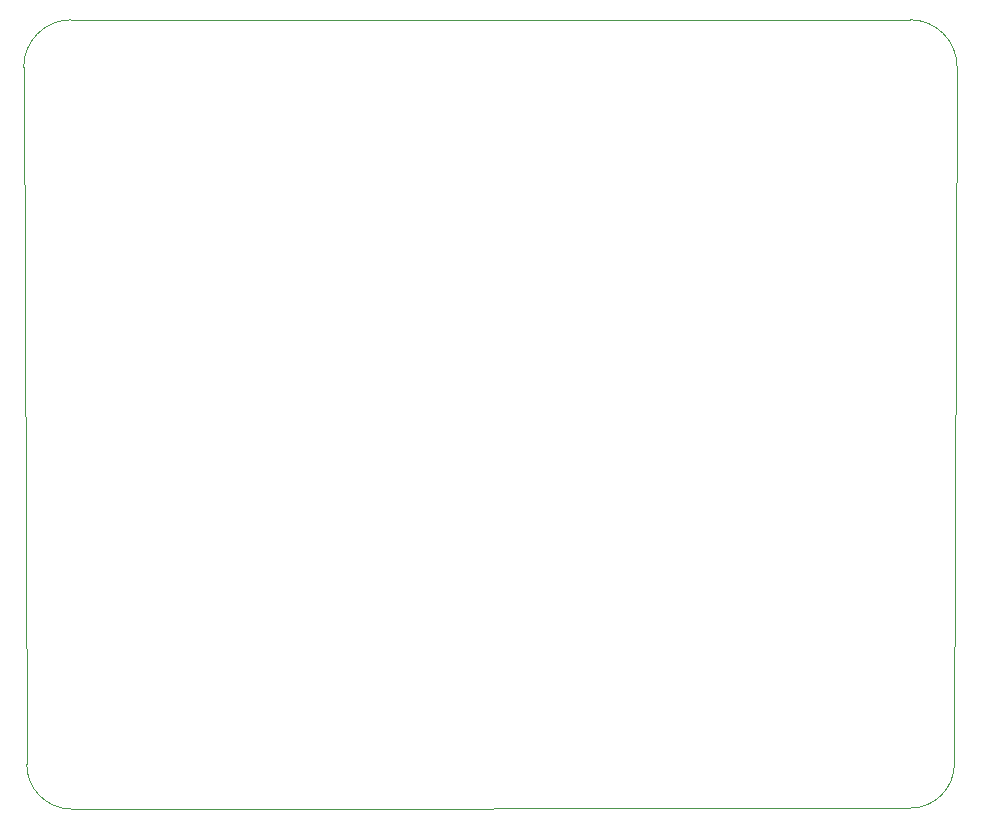
<source format=gbr>
%TF.GenerationSoftware,KiCad,Pcbnew,8.0.2*%
%TF.CreationDate,2024-05-08T19:58:56+03:00*%
%TF.ProjectId,deneme,64656e65-6d65-42e6-9b69-6361645f7063,rev?*%
%TF.SameCoordinates,Original*%
%TF.FileFunction,Profile,NP*%
%FSLAX46Y46*%
G04 Gerber Fmt 4.6, Leading zero omitted, Abs format (unit mm)*
G04 Created by KiCad (PCBNEW 8.0.2) date 2024-05-08 19:58:56*
%MOMM*%
%LPD*%
G01*
G04 APERTURE LIST*
%TA.AperFunction,Profile*%
%ADD10C,0.050000*%
%TD*%
G04 APERTURE END LIST*
D10*
X133010000Y-105780000D02*
G75*
G02*
X129230000Y-102000000I0J3780000D01*
G01*
X204020000Y-38960000D02*
X132990000Y-38960000D01*
X128970000Y-42980000D02*
G75*
G02*
X132990000Y-38960000I4020000J0D01*
G01*
X207770000Y-101970000D02*
G75*
G02*
X204030000Y-105710000I-3740000J0D01*
G01*
X128970000Y-42980000D02*
X129230000Y-102000000D01*
X133010000Y-105780000D02*
X204030000Y-105710000D01*
X204020000Y-38960000D02*
G75*
G02*
X208000000Y-42940000I0J-3980000D01*
G01*
X207770000Y-101970000D02*
X208000000Y-42940000D01*
M02*

</source>
